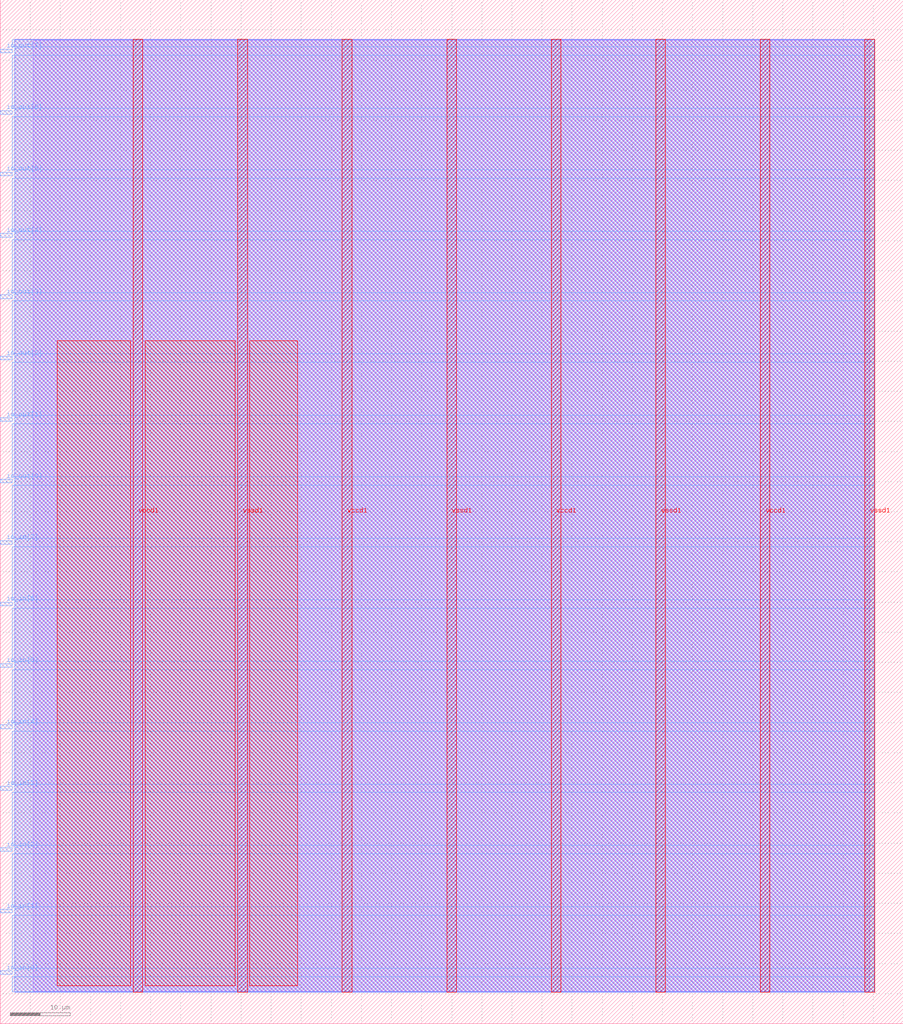
<source format=lef>
VERSION 5.7 ;
  NOWIREEXTENSIONATPIN ON ;
  DIVIDERCHAR "/" ;
  BUSBITCHARS "[]" ;
MACRO mm21_LEDMatrixTop
  CLASS BLOCK ;
  FOREIGN mm21_LEDMatrixTop ;
  ORIGIN 0.000 0.000 ;
  SIZE 150.000 BY 170.000 ;
  PIN io_in[0]
    DIRECTION INPUT ;
    USE SIGNAL ;
    PORT
      LAYER met3 ;
        RECT 0.000 8.200 2.000 8.800 ;
    END
  END io_in[0]
  PIN io_in[1]
    DIRECTION INPUT ;
    USE SIGNAL ;
    PORT
      LAYER met3 ;
        RECT 0.000 18.400 2.000 19.000 ;
    END
  END io_in[1]
  PIN io_in[2]
    DIRECTION INPUT ;
    USE SIGNAL ;
    PORT
      LAYER met3 ;
        RECT 0.000 28.600 2.000 29.200 ;
    END
  END io_in[2]
  PIN io_in[3]
    DIRECTION INPUT ;
    USE SIGNAL ;
    PORT
      LAYER met3 ;
        RECT 0.000 38.800 2.000 39.400 ;
    END
  END io_in[3]
  PIN io_in[4]
    DIRECTION INPUT ;
    USE SIGNAL ;
    PORT
      LAYER met3 ;
        RECT 0.000 49.000 2.000 49.600 ;
    END
  END io_in[4]
  PIN io_in[5]
    DIRECTION INPUT ;
    USE SIGNAL ;
    PORT
      LAYER met3 ;
        RECT 0.000 59.200 2.000 59.800 ;
    END
  END io_in[5]
  PIN io_in[6]
    DIRECTION INPUT ;
    USE SIGNAL ;
    PORT
      LAYER met3 ;
        RECT 0.000 69.400 2.000 70.000 ;
    END
  END io_in[6]
  PIN io_in[7]
    DIRECTION INPUT ;
    USE SIGNAL ;
    PORT
      LAYER met3 ;
        RECT 0.000 79.600 2.000 80.200 ;
    END
  END io_in[7]
  PIN io_out[0]
    DIRECTION OUTPUT TRISTATE ;
    USE SIGNAL ;
    PORT
      LAYER met3 ;
        RECT 0.000 89.800 2.000 90.400 ;
    END
  END io_out[0]
  PIN io_out[1]
    DIRECTION OUTPUT TRISTATE ;
    USE SIGNAL ;
    PORT
      LAYER met3 ;
        RECT 0.000 100.000 2.000 100.600 ;
    END
  END io_out[1]
  PIN io_out[2]
    DIRECTION OUTPUT TRISTATE ;
    USE SIGNAL ;
    PORT
      LAYER met3 ;
        RECT 0.000 110.200 2.000 110.800 ;
    END
  END io_out[2]
  PIN io_out[3]
    DIRECTION OUTPUT TRISTATE ;
    USE SIGNAL ;
    PORT
      LAYER met3 ;
        RECT 0.000 120.400 2.000 121.000 ;
    END
  END io_out[3]
  PIN io_out[4]
    DIRECTION OUTPUT TRISTATE ;
    USE SIGNAL ;
    PORT
      LAYER met3 ;
        RECT 0.000 130.600 2.000 131.200 ;
    END
  END io_out[4]
  PIN io_out[5]
    DIRECTION OUTPUT TRISTATE ;
    USE SIGNAL ;
    PORT
      LAYER met3 ;
        RECT 0.000 140.800 2.000 141.400 ;
    END
  END io_out[5]
  PIN io_out[6]
    DIRECTION OUTPUT TRISTATE ;
    USE SIGNAL ;
    PORT
      LAYER met3 ;
        RECT 0.000 151.000 2.000 151.600 ;
    END
  END io_out[6]
  PIN io_out[7]
    DIRECTION OUTPUT TRISTATE ;
    USE SIGNAL ;
    PORT
      LAYER met3 ;
        RECT 0.000 161.200 2.000 161.800 ;
    END
  END io_out[7]
  PIN vccd1
    DIRECTION INOUT ;
    USE POWER ;
    PORT
      LAYER met4 ;
        RECT 22.085 5.200 23.685 163.440 ;
    END
    PORT
      LAYER met4 ;
        RECT 56.815 5.200 58.415 163.440 ;
    END
    PORT
      LAYER met4 ;
        RECT 91.545 5.200 93.145 163.440 ;
    END
    PORT
      LAYER met4 ;
        RECT 126.275 5.200 127.875 163.440 ;
    END
  END vccd1
  PIN vssd1
    DIRECTION INOUT ;
    USE GROUND ;
    PORT
      LAYER met4 ;
        RECT 39.450 5.200 41.050 163.440 ;
    END
    PORT
      LAYER met4 ;
        RECT 74.180 5.200 75.780 163.440 ;
    END
    PORT
      LAYER met4 ;
        RECT 108.910 5.200 110.510 163.440 ;
    END
    PORT
      LAYER met4 ;
        RECT 143.640 5.200 145.240 163.440 ;
    END
  END vssd1
  OBS
      LAYER li1 ;
        RECT 5.520 5.355 144.440 163.285 ;
      LAYER met1 ;
        RECT 2.370 5.200 145.240 163.440 ;
      LAYER met2 ;
        RECT 2.390 5.255 145.210 163.385 ;
      LAYER met3 ;
        RECT 2.000 162.200 145.230 163.365 ;
        RECT 2.400 160.800 145.230 162.200 ;
        RECT 2.000 152.000 145.230 160.800 ;
        RECT 2.400 150.600 145.230 152.000 ;
        RECT 2.000 141.800 145.230 150.600 ;
        RECT 2.400 140.400 145.230 141.800 ;
        RECT 2.000 131.600 145.230 140.400 ;
        RECT 2.400 130.200 145.230 131.600 ;
        RECT 2.000 121.400 145.230 130.200 ;
        RECT 2.400 120.000 145.230 121.400 ;
        RECT 2.000 111.200 145.230 120.000 ;
        RECT 2.400 109.800 145.230 111.200 ;
        RECT 2.000 101.000 145.230 109.800 ;
        RECT 2.400 99.600 145.230 101.000 ;
        RECT 2.000 90.800 145.230 99.600 ;
        RECT 2.400 89.400 145.230 90.800 ;
        RECT 2.000 80.600 145.230 89.400 ;
        RECT 2.400 79.200 145.230 80.600 ;
        RECT 2.000 70.400 145.230 79.200 ;
        RECT 2.400 69.000 145.230 70.400 ;
        RECT 2.000 60.200 145.230 69.000 ;
        RECT 2.400 58.800 145.230 60.200 ;
        RECT 2.000 50.000 145.230 58.800 ;
        RECT 2.400 48.600 145.230 50.000 ;
        RECT 2.000 39.800 145.230 48.600 ;
        RECT 2.400 38.400 145.230 39.800 ;
        RECT 2.000 29.600 145.230 38.400 ;
        RECT 2.400 28.200 145.230 29.600 ;
        RECT 2.000 19.400 145.230 28.200 ;
        RECT 2.400 18.000 145.230 19.400 ;
        RECT 2.000 9.200 145.230 18.000 ;
        RECT 2.400 7.800 145.230 9.200 ;
        RECT 2.000 5.275 145.230 7.800 ;
      LAYER met4 ;
        RECT 9.495 6.295 21.685 113.385 ;
        RECT 24.085 6.295 39.050 113.385 ;
        RECT 41.450 6.295 49.385 113.385 ;
  END
END mm21_LEDMatrixTop
END LIBRARY


</source>
